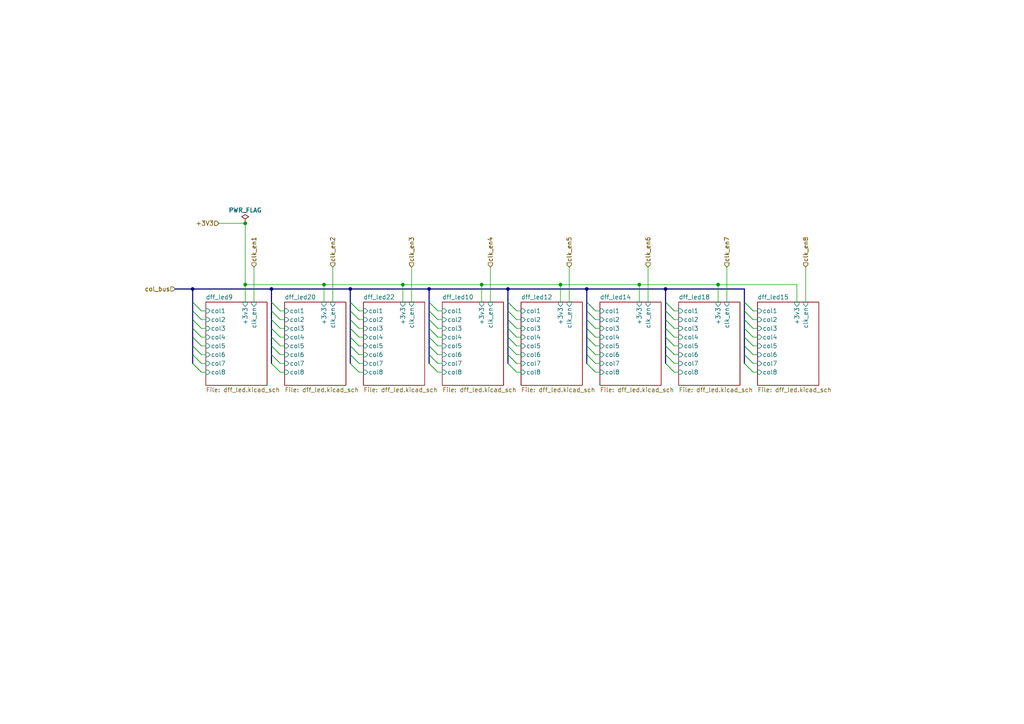
<source format=kicad_sch>
(kicad_sch (version 20230121) (generator eeschema)
  (paper "A4")
  (lib_symbols
    (symbol "power:PWR_FLAG" (power) (pin_numbers hide) (pin_names (offset 0) hide)
      (property "Value" "PWR_FLAG" (at 0 3.81 0))
      (symbol "PWR_FLAG_0_0"
        (pin power_out line (at 0 0 90) (length 0) (name "pwr") (number "1"))
      )
      (symbol "PWR_FLAG_0_1"
        (polyline (pts (xy 0 0) (xy 0 1.27) (xy -1.016 1.905) (xy 0 2.54) (xy 1.016 1.905) (xy 0 1.27)))
      )
    )
  )
  (junction (at 208.28 82.55))
  (junction (at 71.12 64.77))
  (junction (at 124.46 83.82))
  (junction (at 116.84 82.55))
  (junction (at 101.6 83.82))
  (junction (at 185.42 82.55))
  (junction (at 147.32 83.82))
  (junction (at 193.04 83.82))
  (junction (at 55.88 83.82))
  (junction (at 78.74 83.82))
  (junction (at 139.7 82.55))
  (junction (at 170.18 83.82))
  (junction (at 71.12 82.55))
  (junction (at 93.98 82.55))
  (junction (at 162.56 82.55))
  (bus_entry (at 147.32 90.17) (size 2.54 2.54))
  (bus_entry (at 215.9 105.41) (size 2.54 2.54))
  (bus_entry (at 101.6 87.63) (size 2.54 2.54))
  (bus_entry (at 147.32 102.87) (size 2.54 2.54))
  (bus_entry (at 78.74 97.79) (size 2.54 2.54))
  (bus_entry (at 147.32 102.87) (size 2.54 2.54))
  (bus_entry (at 124.46 95.25) (size 2.54 2.54))
  (bus_entry (at 170.18 100.33) (size 2.54 2.54))
  (bus_entry (at 101.6 105.41) (size 2.54 2.54))
  (bus_entry (at 124.46 100.33) (size 2.54 2.54))
  (bus_entry (at 215.9 100.33) (size 2.54 2.54))
  (bus_entry (at 147.32 92.71) (size 2.54 2.54))
  (bus_entry (at 101.6 95.25) (size 2.54 2.54))
  (bus_entry (at 170.18 97.79) (size 2.54 2.54))
  (bus_entry (at 215.9 90.17) (size 2.54 2.54))
  (bus_entry (at 78.74 100.33) (size 2.54 2.54))
  (bus_entry (at 78.74 100.33) (size 2.54 2.54))
  (bus_entry (at 147.32 87.63) (size 2.54 2.54))
  (bus_entry (at 55.88 92.71) (size 2.54 2.54))
  (bus_entry (at 193.04 97.79) (size 2.54 2.54))
  (bus_entry (at 193.04 90.17) (size 2.54 2.54))
  (bus_entry (at 55.88 105.41) (size 2.54 2.54))
  (bus_entry (at 101.6 97.79) (size 2.54 2.54))
  (bus_entry (at 124.46 92.71) (size 2.54 2.54))
  (bus_entry (at 101.6 100.33) (size 2.54 2.54))
  (bus_entry (at 78.74 92.71) (size 2.54 2.54))
  (bus_entry (at 55.88 102.87) (size 2.54 2.54))
  (bus_entry (at 55.88 102.87) (size 2.54 2.54))
  (bus_entry (at 55.88 90.17) (size 2.54 2.54))
  (bus_entry (at 215.9 97.79) (size 2.54 2.54))
  (bus_entry (at 124.46 87.63) (size 2.54 2.54))
  (bus_entry (at 193.04 95.25) (size 2.54 2.54))
  (bus_entry (at 193.04 87.63) (size 2.54 2.54))
  (bus_entry (at 55.88 87.63) (size 2.54 2.54))
  (bus_entry (at 170.18 90.17) (size 2.54 2.54))
  (bus_entry (at 215.9 87.63) (size 2.54 2.54))
  (bus_entry (at 101.6 95.25) (size 2.54 2.54))
  (bus_entry (at 215.9 92.71) (size 2.54 2.54))
  (bus_entry (at 193.04 92.71) (size 2.54 2.54))
  (bus_entry (at 124.46 97.79) (size 2.54 2.54))
  (bus_entry (at 215.9 105.41) (size 2.54 2.54))
  (bus_entry (at 78.74 90.17) (size 2.54 2.54))
  (bus_entry (at 78.74 95.25) (size 2.54 2.54))
  (bus_entry (at 215.9 102.87) (size 2.54 2.54))
  (bus_entry (at 193.04 100.33) (size 2.54 2.54))
  (bus_entry (at 193.04 105.41) (size 2.54 2.54))
  (bus_entry (at 124.46 87.63) (size 2.54 2.54))
  (bus_entry (at 147.32 100.33) (size 2.54 2.54))
  (bus_entry (at 170.18 90.17) (size 2.54 2.54))
  (bus_entry (at 170.18 102.87) (size 2.54 2.54))
  (bus_entry (at 147.32 105.41) (size 2.54 2.54))
  (bus_entry (at 193.04 105.41) (size 2.54 2.54))
  (bus_entry (at 101.6 102.87) (size 2.54 2.54))
  (bus_entry (at 170.18 105.41) (size 2.54 2.54))
  (bus_entry (at 78.74 105.41) (size 2.54 2.54))
  (bus_entry (at 124.46 90.17) (size 2.54 2.54))
  (bus_entry (at 193.04 97.79) (size 2.54 2.54))
  (bus_entry (at 55.88 95.25) (size 2.54 2.54))
  (bus_entry (at 101.6 90.17) (size 2.54 2.54))
  (bus_entry (at 193.04 102.87) (size 2.54 2.54))
  (bus_entry (at 78.74 92.71) (size 2.54 2.54))
  (bus_entry (at 170.18 95.25) (size 2.54 2.54))
  (bus_entry (at 193.04 102.87) (size 2.54 2.54))
  (bus_entry (at 170.18 87.63) (size 2.54 2.54))
  (bus_entry (at 124.46 102.87) (size 2.54 2.54))
  (bus_entry (at 78.74 102.87) (size 2.54 2.54))
  (bus_entry (at 147.32 105.41) (size 2.54 2.54))
  (bus_entry (at 170.18 100.33) (size 2.54 2.54))
  (bus_entry (at 55.88 87.63) (size 2.54 2.54))
  (bus_entry (at 78.74 87.63) (size 2.54 2.54))
  (bus_entry (at 147.32 87.63) (size 2.54 2.54))
  (bus_entry (at 193.04 90.17) (size 2.54 2.54))
  (bus_entry (at 101.6 100.33) (size 2.54 2.54))
  (bus_entry (at 55.88 100.33) (size 2.54 2.54))
  (bus_entry (at 124.46 92.71) (size 2.54 2.54))
  (bus_entry (at 55.88 100.33) (size 2.54 2.54))
  (bus_entry (at 147.32 92.71) (size 2.54 2.54))
  (bus_entry (at 101.6 105.41) (size 2.54 2.54))
  (bus_entry (at 193.04 100.33) (size 2.54 2.54))
  (bus_entry (at 124.46 97.79) (size 2.54 2.54))
  (bus_entry (at 78.74 95.25) (size 2.54 2.54))
  (bus_entry (at 147.32 97.79) (size 2.54 2.54))
  (bus_entry (at 193.04 92.71) (size 2.54 2.54))
  (bus_entry (at 215.9 95.25) (size 2.54 2.54))
  (bus_entry (at 215.9 97.79) (size 2.54 2.54))
  (bus_entry (at 215.9 95.25) (size 2.54 2.54))
  (bus_entry (at 78.74 102.87) (size 2.54 2.54))
  (bus_entry (at 170.18 87.63) (size 2.54 2.54))
  (bus_entry (at 78.74 97.79) (size 2.54 2.54))
  (bus_entry (at 124.46 100.33) (size 2.54 2.54))
  (bus_entry (at 124.46 105.41) (size 2.54 2.54))
  (bus_entry (at 147.32 95.25) (size 2.54 2.54))
  (bus_entry (at 101.6 90.17) (size 2.54 2.54))
  (bus_entry (at 101.6 87.63) (size 2.54 2.54))
  (bus_entry (at 147.32 95.25) (size 2.54 2.54))
  (bus_entry (at 124.46 105.41) (size 2.54 2.54))
  (bus_entry (at 193.04 95.25) (size 2.54 2.54))
  (bus_entry (at 55.88 97.79) (size 2.54 2.54))
  (bus_entry (at 78.74 90.17) (size 2.54 2.54))
  (bus_entry (at 193.04 87.63) (size 2.54 2.54))
  (bus_entry (at 78.74 87.63) (size 2.54 2.54))
  (bus_entry (at 147.32 90.17) (size 2.54 2.54))
  (bus_entry (at 55.88 92.71) (size 2.54 2.54))
  (bus_entry (at 170.18 105.41) (size 2.54 2.54))
  (bus_entry (at 215.9 100.33) (size 2.54 2.54))
  (bus_entry (at 55.88 95.25) (size 2.54 2.54))
  (bus_entry (at 55.88 105.41) (size 2.54 2.54))
  (bus_entry (at 78.74 105.41) (size 2.54 2.54))
  (bus_entry (at 55.88 97.79) (size 2.54 2.54))
  (bus_entry (at 170.18 95.25) (size 2.54 2.54))
  (bus_entry (at 215.9 102.87) (size 2.54 2.54))
  (bus_entry (at 215.9 92.71) (size 2.54 2.54))
  (bus_entry (at 170.18 92.71) (size 2.54 2.54))
  (bus_entry (at 124.46 90.17) (size 2.54 2.54))
  (bus_entry (at 101.6 92.71) (size 2.54 2.54))
  (bus_entry (at 215.9 90.17) (size 2.54 2.54))
  (bus_entry (at 101.6 97.79) (size 2.54 2.54))
  (bus_entry (at 215.9 87.63) (size 2.54 2.54))
  (bus_entry (at 147.32 100.33) (size 2.54 2.54))
  (bus_entry (at 101.6 92.71) (size 2.54 2.54))
  (bus_entry (at 101.6 102.87) (size 2.54 2.54))
  (bus_entry (at 147.32 97.79) (size 2.54 2.54))
  (bus_entry (at 170.18 97.79) (size 2.54 2.54))
  (bus_entry (at 124.46 95.25) (size 2.54 2.54))
  (bus_entry (at 55.88 90.17) (size 2.54 2.54))
  (bus_entry (at 170.18 102.87) (size 2.54 2.54))
  (bus_entry (at 170.18 92.71) (size 2.54 2.54))
  (bus_entry (at 124.46 102.87) (size 2.54 2.54))
  (wire (pts (xy 58.42 102.87) (xy 59.69 102.87)))
  (wire (pts (xy 58.42 95.25) (xy 59.69 95.25)))
  (bus (pts (xy 193.04 92.71) (xy 193.04 95.25)))
  (bus (pts (xy 78.74 83.82) (xy 55.88 83.82)))
  (wire (pts (xy 63.5 64.77) (xy 71.12 64.77)))
  (bus (pts (xy 193.04 90.17) (xy 193.04 92.71)))
  (bus (pts (xy 170.18 102.87) (xy 170.18 105.41)))
  (wire (pts (xy 81.28 102.87) (xy 82.55 102.87)))
  (bus (pts (xy 170.18 87.63) (xy 170.18 90.17)))
  (wire (pts (xy 116.84 82.55) (xy 139.7 82.55)))
  (bus (pts (xy 124.46 87.63) (xy 124.46 90.17)))
  (wire (pts (xy 73.66 77.47) (xy 73.66 87.63)))
  (wire (pts (xy 185.42 82.55) (xy 208.28 82.55)))
  (bus (pts (xy 124.46 97.79) (xy 124.46 100.33)))
  (wire (pts (xy 81.28 95.25) (xy 82.55 95.25)))
  (wire (pts (xy 195.58 97.79) (xy 196.85 97.79)))
  (wire (pts (xy 81.28 90.17) (xy 82.55 90.17)))
  (wire (pts (xy 149.86 92.71) (xy 151.13 92.71)))
  (wire (pts (xy 58.42 105.41) (xy 59.69 105.41)))
  (bus (pts (xy 147.32 92.71) (xy 147.32 95.25)))
  (bus (pts (xy 101.6 97.79) (xy 101.6 100.33)))
  (wire (pts (xy 218.44 97.79) (xy 219.71 97.79)))
  (bus (pts (xy 78.74 97.79) (xy 78.74 100.33)))
  (bus (pts (xy 170.18 95.25) (xy 170.18 97.79)))
  (wire (pts (xy 58.42 90.17) (xy 59.69 90.17)))
  (wire (pts (xy 172.72 105.41) (xy 173.99 105.41)))
  (wire (pts (xy 93.98 82.55) (xy 116.84 82.55)))
  (bus (pts (xy 55.88 97.79) (xy 55.88 100.33)))
  (bus (pts (xy 78.74 102.87) (xy 78.74 105.41)))
  (bus (pts (xy 147.32 83.82) (xy 147.32 87.63)))
  (bus (pts (xy 78.74 83.82) (xy 101.6 83.82)))
  (wire (pts (xy 195.58 105.41) (xy 196.85 105.41)))
  (bus (pts (xy 193.04 100.33) (xy 193.04 102.87)))
  (bus (pts (xy 215.9 95.25) (xy 215.9 97.79)))
  (wire (pts (xy 149.86 107.95) (xy 151.13 107.95)))
  (wire (pts (xy 149.86 100.33) (xy 151.13 100.33)))
  (wire (pts (xy 142.24 77.47) (xy 142.24 87.63)))
  (bus (pts (xy 78.74 100.33) (xy 78.74 102.87)))
  (bus (pts (xy 101.6 90.17) (xy 101.6 92.71)))
  (wire (pts (xy 218.44 90.17) (xy 219.71 90.17)))
  (bus (pts (xy 78.74 92.71) (xy 78.74 95.25)))
  (bus (pts (xy 124.46 90.17) (xy 124.46 92.71)))
  (wire (pts (xy 104.14 107.95) (xy 105.41 107.95)))
  (wire (pts (xy 218.44 105.41) (xy 219.71 105.41)))
  (wire (pts (xy 71.12 82.55) (xy 71.12 87.63)))
  (wire (pts (xy 210.82 77.47) (xy 210.82 87.63)))
  (wire (pts (xy 218.44 95.25) (xy 219.71 95.25)))
  (wire (pts (xy 139.7 82.55) (xy 139.7 87.63)))
  (wire (pts (xy 58.42 92.71) (xy 59.69 92.71)))
  (wire (pts (xy 71.12 82.55) (xy 93.98 82.55)))
  (bus (pts (xy 124.46 83.82) (xy 124.46 87.63)))
  (wire (pts (xy 71.12 64.77) (xy 71.12 82.55)))
  (bus (pts (xy 78.74 95.25) (xy 78.74 97.79)))
  (bus (pts (xy 101.6 92.71) (xy 101.6 95.25)))
  (bus (pts (xy 147.32 83.82) (xy 170.18 83.82)))
  (wire (pts (xy 165.1 77.47) (xy 165.1 87.63)))
  (bus (pts (xy 215.9 102.87) (xy 215.9 105.41)))
  (wire (pts (xy 81.28 100.33) (xy 82.55 100.33)))
  (bus (pts (xy 101.6 83.82) (xy 101.6 87.63)))
  (wire (pts (xy 127 102.87) (xy 128.27 102.87)))
  (wire (pts (xy 218.44 100.33) (xy 219.71 100.33)))
  (bus (pts (xy 193.04 95.25) (xy 193.04 97.79)))
  (wire (pts (xy 195.58 95.25) (xy 196.85 95.25)))
  (bus (pts (xy 55.88 90.17) (xy 55.88 92.71)))
  (wire (pts (xy 172.72 107.95) (xy 173.99 107.95)))
  (bus (pts (xy 55.88 102.87) (xy 55.88 105.41)))
  (wire (pts (xy 218.44 102.87) (xy 219.71 102.87)))
  (bus (pts (xy 215.9 90.17) (xy 215.9 92.71)))
  (wire (pts (xy 172.72 102.87) (xy 173.99 102.87)))
  (wire (pts (xy 185.42 82.55) (xy 185.42 87.63)))
  (wire (pts (xy 127 105.41) (xy 128.27 105.41)))
  (wire (pts (xy 172.72 97.79) (xy 173.99 97.79)))
  (bus (pts (xy 193.04 102.87) (xy 193.04 105.41)))
  (wire (pts (xy 149.86 97.79) (xy 151.13 97.79)))
  (wire (pts (xy 127 100.33) (xy 128.27 100.33)))
  (wire (pts (xy 104.14 95.25) (xy 105.41 95.25)))
  (bus (pts (xy 215.9 97.79) (xy 215.9 100.33)))
  (wire (pts (xy 119.38 77.47) (xy 119.38 87.63)))
  (bus (pts (xy 170.18 100.33) (xy 170.18 102.87)))
  (wire (pts (xy 81.28 92.71) (xy 82.55 92.71)))
  (bus (pts (xy 55.88 92.71) (xy 55.88 95.25)))
  (wire (pts (xy 127 92.71) (xy 128.27 92.71)))
  (bus (pts (xy 78.74 87.63) (xy 78.74 90.17)))
  (bus (pts (xy 147.32 90.17) (xy 147.32 92.71)))
  (wire (pts (xy 233.68 77.47) (xy 233.68 87.63)))
  (wire (pts (xy 218.44 107.95) (xy 219.71 107.95)))
  (wire (pts (xy 96.52 77.47) (xy 96.52 87.63)))
  (bus (pts (xy 101.6 87.63) (xy 101.6 90.17)))
  (wire (pts (xy 139.7 82.55) (xy 162.56 82.55)))
  (bus (pts (xy 101.6 100.33) (xy 101.6 102.87)))
  (bus (pts (xy 124.46 92.71) (xy 124.46 95.25)))
  (wire (pts (xy 58.42 100.33) (xy 59.69 100.33)))
  (wire (pts (xy 162.56 82.55) (xy 162.56 87.63)))
  (wire (pts (xy 149.86 105.41) (xy 151.13 105.41)))
  (wire (pts (xy 93.98 82.55) (xy 93.98 87.63)))
  (wire (pts (xy 81.28 97.79) (xy 82.55 97.79)))
  (bus (pts (xy 55.88 95.25) (xy 55.88 97.79)))
  (wire (pts (xy 231.14 82.55) (xy 231.14 87.63)))
  (bus (pts (xy 170.18 92.71) (xy 170.18 95.25)))
  (wire (pts (xy 104.14 90.17) (xy 105.41 90.17)))
  (wire (pts (xy 104.14 105.41) (xy 105.41 105.41)))
  (bus (pts (xy 193.04 87.63) (xy 193.04 90.17)))
  (bus (pts (xy 101.6 83.82) (xy 124.46 83.82)))
  (bus (pts (xy 101.6 95.25) (xy 101.6 97.79)))
  (bus (pts (xy 193.04 83.82) (xy 215.9 83.82)))
  (wire (pts (xy 187.96 77.47) (xy 187.96 87.63)))
  (wire (pts (xy 208.28 82.55) (xy 208.28 87.63)))
  (bus (pts (xy 193.04 83.82) (xy 193.04 87.63)))
  (bus (pts (xy 215.9 100.33) (xy 215.9 102.87)))
  (bus (pts (xy 215.9 92.71) (xy 215.9 95.25)))
  (bus (pts (xy 124.46 100.33) (xy 124.46 102.87)))
  (wire (pts (xy 127 107.95) (xy 128.27 107.95)))
  (bus (pts (xy 170.18 83.82) (xy 170.18 87.63)))
  (wire (pts (xy 195.58 107.95) (xy 196.85 107.95)))
  (wire (pts (xy 127 97.79) (xy 128.27 97.79)))
  (bus (pts (xy 50.8 83.82) (xy 55.88 83.82)))
  (wire (pts (xy 195.58 100.33) (xy 196.85 100.33)))
  (bus (pts (xy 124.46 83.82) (xy 147.32 83.82)))
  (wire (pts (xy 149.86 95.25) (xy 151.13 95.25)))
  (wire (pts (xy 127 95.25) (xy 128.27 95.25)))
  (wire (pts (xy 208.28 82.55) (xy 231.14 82.55)))
  (wire (pts (xy 104.14 100.33) (xy 105.41 100.33)))
  (bus (pts (xy 124.46 102.87) (xy 124.46 105.41)))
  (bus (pts (xy 147.32 87.63) (xy 147.32 90.17)))
  (wire (pts (xy 81.28 107.95) (xy 82.55 107.95)))
  (bus (pts (xy 215.9 83.82) (xy 215.9 87.63)))
  (wire (pts (xy 149.86 90.17) (xy 151.13 90.17)))
  (wire (pts (xy 104.14 102.87) (xy 105.41 102.87)))
  (bus (pts (xy 78.74 90.17) (xy 78.74 92.71)))
  (bus (pts (xy 147.32 102.87) (xy 147.32 105.41)))
  (wire (pts (xy 172.72 95.25) (xy 173.99 95.25)))
  (wire (pts (xy 172.72 92.71) (xy 173.99 92.71)))
  (bus (pts (xy 147.32 95.25) (xy 147.32 97.79)))
  (bus (pts (xy 193.04 97.79) (xy 193.04 100.33)))
  (wire (pts (xy 218.44 92.71) (xy 219.71 92.71)))
  (wire (pts (xy 195.58 102.87) (xy 196.85 102.87)))
  (wire (pts (xy 104.14 92.71) (xy 105.41 92.71)))
  (bus (pts (xy 101.6 102.87) (xy 101.6 105.41)))
  (wire (pts (xy 127 90.17) (xy 128.27 90.17)))
  (wire (pts (xy 116.84 82.55) (xy 116.84 87.63)))
  (wire (pts (xy 81.28 105.41) (xy 82.55 105.41)))
  (bus (pts (xy 170.18 90.17) (xy 170.18 92.71)))
  (bus (pts (xy 147.32 97.79) (xy 147.32 100.33)))
  (bus (pts (xy 55.88 83.82) (xy 55.88 87.63)))
  (bus (pts (xy 55.88 87.63) (xy 55.88 90.17)))
  (bus (pts (xy 55.88 100.33) (xy 55.88 102.87)))
  (wire (pts (xy 104.14 97.79) (xy 105.41 97.79)))
  (bus (pts (xy 124.46 95.25) (xy 124.46 97.79)))
  (wire (pts (xy 162.56 82.55) (xy 185.42 82.55)))
  (wire (pts (xy 195.58 90.17) (xy 196.85 90.17)))
  (bus (pts (xy 170.18 83.82) (xy 193.04 83.82)))
  (wire (pts (xy 195.58 92.71) (xy 196.85 92.71)))
  (bus (pts (xy 170.18 97.79) (xy 170.18 100.33)))
  (bus (pts (xy 78.74 83.82) (xy 78.74 87.63)))
  (wire (pts (xy 58.42 97.79) (xy 59.69 97.79)))
  (bus (pts (xy 147.32 100.33) (xy 147.32 102.87)))
  (wire (pts (xy 58.42 107.95) (xy 59.69 107.95)))
  (wire (pts (xy 172.72 100.33) (xy 173.99 100.33)))
  (wire (pts (xy 172.72 90.17) (xy 173.99 90.17)))
  (bus (pts (xy 215.9 87.63) (xy 215.9 90.17)))
  (wire (pts (xy 149.86 102.87) (xy 151.13 102.87)))
  (hierarchical_label "clk_en3" (shape input) (at 119.38 77.47 90))
  (hierarchical_label "col_bus" (shape input) (at 50.8 83.82 180))
  (hierarchical_label "clk_en7" (shape input) (at 210.82 77.47 90))
  (hierarchical_label "clk_en4" (shape input) (at 142.24 77.47 90))
  (hierarchical_label "clk_en6" (shape input) (at 187.96 77.47 90))
  (hierarchical_label "clk_en7" (shape input) (at 210.82 77.47 90))
  (hierarchical_label "clk_en4" (shape input) (at 142.24 77.47 90))
  (hierarchical_label "+3V3" (shape input) (at 63.5 64.77 180))
  (hierarchical_label "clk_en2" (shape input) (at 96.52 77.47 90))
  (hierarchical_label "clk_en2" (shape input) (at 96.52 77.47 90))
  (hierarchical_label "clk_en6" (shape input) (at 187.96 77.47 90))
  (hierarchical_label "clk_en1" (shape input) (at 73.66 77.47 90))
  (hierarchical_label "clk_en3" (shape input) (at 119.38 77.47 90))
  (hierarchical_label "clk_en8" (shape input) (at 233.68 77.47 90))
  (hierarchical_label "col_bus" (shape input) (at 50.8 83.82 180))
  (hierarchical_label "clk_en1" (shape input) (at 73.66 77.47 90))
  (hierarchical_label "+3V3" (shape input) (at 63.5 64.77 180))
  (hierarchical_label "clk_en5" (shape input) (at 165.1 77.47 90))
  (hierarchical_label "clk_en8" (shape input) (at 233.68 77.47 90))
  (hierarchical_label "clk_en5" (shape input) (at 165.1 77.47 90))
  (symbol (lib_id "power:PWR_FLAG") (at 71.12 64.77 0) (unit 1)
    (property "Reference" "#FLG012" (effects hide))
    (property "Value" "PWR_FLAG" (at 71.12 60.96 0))
  )
  (symbol (lib_id "power:PWR_FLAG") (at 71.12 64.77 0) (unit 1)
    (property "Reference" "#FLG013" (effects hide))
    (property "Value" "PWR_FLAG" (at 71.12 60.96 0))
  )
  (sheet (at 151.13 87.63) (size 17.78 24.13) (stroke (width 0.1524))
    (property "Sheetname" "dff_led12" (at 151.13 86.9184 0) (effects (justify left bottom)))
    (property "Sheetfile" "dff_led.kicad_sch" (at 151.13 112.3446 0) (effects (justify left top)))
    (pin "col5" input (at 151.13 100.33 180))
    (pin "clk_en" input (at 165.1 87.63 90))
    (pin "col8" input (at 151.13 107.95 180))
    (pin "col6" input (at 151.13 102.87 180))
    (pin "col7" input (at 151.13 105.41 180))
    (pin "+3v3" input (at 162.56 87.63 90))
    (pin "col1" input (at 151.13 90.17 180))
    (pin "col2" input (at 151.13 92.71 180))
    (pin "col3" input (at 151.13 95.25 180))
    (pin "col4" input (at 151.13 97.79 180))
  )
  (sheet (at 105.41 87.63) (size 17.78 24.13) (stroke (width 0.1524))
    (property "Sheetname" "dff_led22" (at 105.41 86.9184 0) (effects (justify left bottom)))
    (property "Sheetfile" "dff_led.kicad_sch" (at 105.41 112.3446 0) (effects (justify left top)))
    (pin "col5" input (at 105.41 100.33 180))
    (pin "clk_en" input (at 119.38 87.63 90))
    (pin "col8" input (at 105.41 107.95 180))
    (pin "col6" input (at 105.41 102.87 180))
    (pin "col7" input (at 105.41 105.41 180))
    (pin "+3v3" input (at 116.84 87.63 90))
    (pin "col1" input (at 105.41 90.17 180))
    (pin "col2" input (at 105.41 92.71 180))
    (pin "col3" input (at 105.41 95.25 180))
    (pin "col4" input (at 105.41 97.79 180))
  )
  (sheet (at 173.99 87.63) (size 17.78 24.13) (stroke (width 0.1524))
    (property "Sheetname" "dff_led14" (at 173.99 86.9184 0) (effects (justify left bottom)))
    (property "Sheetfile" "dff_led.kicad_sch" (at 173.99 112.3446 0) (effects (justify left top)))
    (pin "col5" input (at 173.99 100.33 180))
    (pin "clk_en" input (at 187.96 87.63 90))
    (pin "col8" input (at 173.99 107.95 180))
    (pin "col6" input (at 173.99 102.87 180))
    (pin "col7" input (at 173.99 105.41 180))
    (pin "+3v3" input (at 185.42 87.63 90))
    (pin "col1" input (at 173.99 90.17 180))
    (pin "col2" input (at 173.99 92.71 180))
    (pin "col3" input (at 173.99 95.25 180))
    (pin "col4" input (at 173.99 97.79 180))
  )
  (sheet (at 59.69 87.63) (size 17.78 24.13) (stroke (width 0.1524))
    (property "Sheetname" "dff_led9" (at 59.69 86.9184 0) (effects (justify left bottom)))
    (property "Sheetfile" "dff_led.kicad_sch" (at 59.69 112.3446 0) (effects (justify left top)))
    (pin "col5" input (at 59.69 100.33 180))
    (pin "clk_en" input (at 73.66 87.63 90))
    (pin "col8" input (at 59.69 107.95 180))
    (pin "col6" input (at 59.69 102.87 180))
    (pin "col7" input (at 59.69 105.41 180))
    (pin "+3v3" input (at 71.12 87.63 90))
    (pin "col1" input (at 59.69 90.17 180))
    (pin "col2" input (at 59.69 92.71 180))
    (pin "col3" input (at 59.69 95.25 180))
    (pin "col4" input (at 59.69 97.79 180))
  )
  (sheet (at 196.85 87.63) (size 17.78 24.13) (stroke (width 0.1524))
    (property "Sheetname" "dff_led18" (at 196.85 86.9184 0) (effects (justify left bottom)))
    (property "Sheetfile" "dff_led.kicad_sch" (at 196.85 112.3446 0) (effects (justify left top)))
    (pin "col5" input (at 196.85 100.33 180))
    (pin "clk_en" input (at 210.82 87.63 90))
    (pin "col8" input (at 196.85 107.95 180))
    (pin "col6" input (at 196.85 102.87 180))
    (pin "col7" input (at 196.85 105.41 180))
    (pin "+3v3" input (at 208.28 87.63 90))
    (pin "col1" input (at 196.85 90.17 180))
    (pin "col2" input (at 196.85 92.71 180))
    (pin "col3" input (at 196.85 95.25 180))
    (pin "col4" input (at 196.85 97.79 180))
  )
  (sheet (at 128.27 87.63) (size 17.78 24.13) (stroke (width 0.1524))
    (property "Sheetname" "dff_led10" (at 128.27 86.9184 0) (effects (justify left bottom)))
    (property "Sheetfile" "dff_led.kicad_sch" (at 128.27 112.3446 0) (effects (justify left top)))
    (pin "col5" input (at 128.27 100.33 180))
    (pin "clk_en" input (at 142.24 87.63 90))
    (pin "col8" input (at 128.27 107.95 180))
    (pin "col6" input (at 128.27 102.87 180))
    (pin "col7" input (at 128.27 105.41 180))
    (pin "+3v3" input (at 139.7 87.63 90))
    (pin "col1" input (at 128.27 90.17 180))
    (pin "col2" input (at 128.27 92.71 180))
    (pin "col3" input (at 128.27 95.25 180))
    (pin "col4" input (at 128.27 97.79 180))
  )
  (sheet (at 219.71 87.63) (size 17.78 24.13) (stroke (width 0.1524))
    (property "Sheetname" "dff_led15" (at 219.71 86.9184 0) (effects (justify left bottom)))
    (property "Sheetfile" "dff_led.kicad_sch" (at 219.71 112.3446 0) (effects (justify left top)))
    (pin "col5" input (at 219.71 100.33 180))
    (pin "clk_en" input (at 233.68 87.63 90))
    (pin "col8" input (at 219.71 107.95 180))
    (pin "col6" input (at 219.71 102.87 180))
    (pin "col7" input (at 219.71 105.41 180))
    (pin "+3v3" input (at 231.14 87.63 90))
    (pin "col1" input (at 219.71 90.17 180))
    (pin "col2" input (at 219.71 92.71 180))
    (pin "col3" input (at 219.71 95.25 180))
    (pin "col4" input (at 219.71 97.79 180))
  )
  (sheet (at 82.55 87.63) (size 17.78 24.13) (stroke (width 0.1524))
    (property "Sheetname" "dff_led20" (at 82.55 86.9184 0) (effects (justify left bottom)))
    (property "Sheetfile" "dff_led.kicad_sch" (at 82.55 112.3446 0) (effects (justify left top)))
    (pin "col5" input (at 82.55 100.33 180))
    (pin "clk_en" input (at 96.52 87.63 90))
    (pin "col8" input (at 82.55 107.95 180))
    (pin "col6" input (at 82.55 102.87 180))
    (pin "col7" input (at 82.55 105.41 180))
    (pin "+3v3" input (at 93.98 87.63 90))
    (pin "col1" input (at 82.55 90.17 180))
    (pin "col2" input (at 82.55 92.71 180))
    (pin "col3" input (at 82.55 95.25 180))
    (pin "col4" input (at 82.55 97.79 180))
  )
)
</source>
